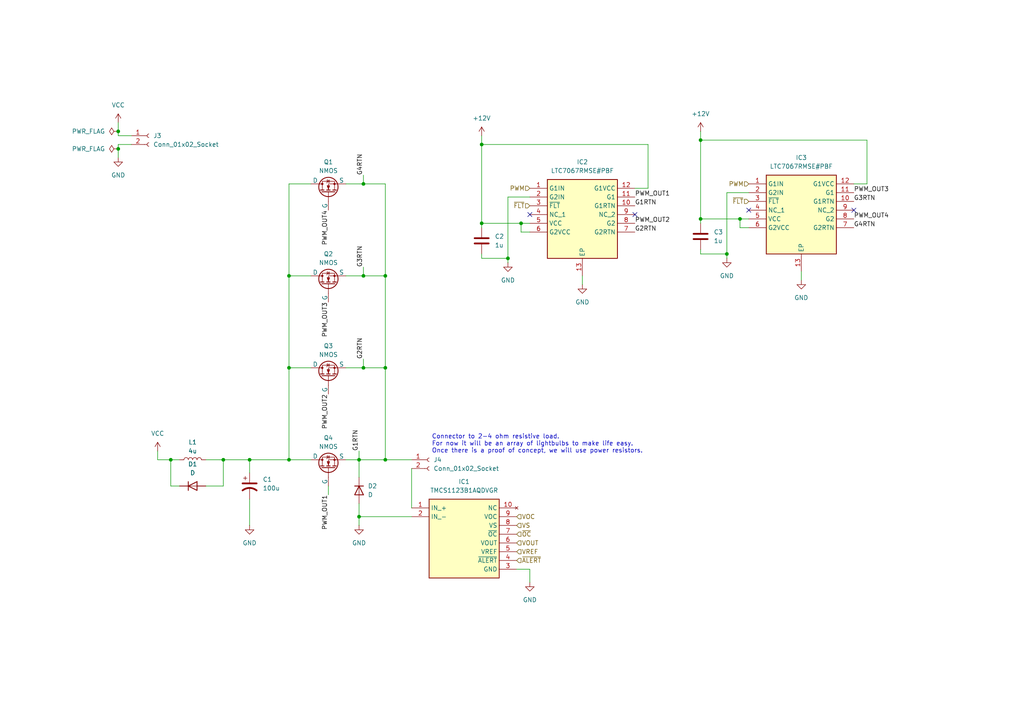
<source format=kicad_sch>
(kicad_sch (version 20231120) (generator "eeschema") (generator_version "8.0")
  (paper "A4")
  (lib_symbols
    (symbol "Connector:Conn_01x02_Socket" (pin_names (offset 1.016) hide)
      (property "Reference" "J" (at 0 2.54 0))
      (property "Value" "Conn_01x02_Socket" (at 0 -5.08 0))
      (symbol "Conn_01x02_Socket_1_1"
        (arc (start 0 -2.032) (mid -0.5058 -2.54) (end 0 -3.048) (stroke (width 0.1524)))
        (polyline (pts (xy -1.27 -2.54) (xy -0.508 -2.54)) (stroke (width 0.1524)))
        (polyline (pts (xy -1.27 0) (xy -0.508 0)) (stroke (width 0.1524)))
        (arc (start 0 0.508) (mid -0.5058 0) (end 0 -0.508) (stroke (width 0.1524)))
        (pin passive line (at -5.08 0 0) (length 3.81) (name "Pin_1") (number "1"))
        (pin passive line (at -5.08 -2.54 0) (length 3.81) (name "Pin_2") (number "2"))
      )
    )
    (symbol "Device:C" (pin_numbers hide) (pin_names (offset 0.254))
      (property "Reference" "C" (at 0.635 2.54 0))
      (property "Value" "C" (at 0.635 -2.54 0))
      (symbol "C_0_1"
        (polyline (pts (xy -2.032 -0.762) (xy 2.032 -0.762)) (stroke (width 0.508)))
        (polyline (pts (xy -2.032 0.762) (xy 2.032 0.762)) (stroke (width 0.508)))
      )
      (symbol "C_1_1"
        (pin passive line (at 0 3.81 270) (length 2.794) (name "~") (number "1"))
        (pin passive line (at 0 -3.81 90) (length 2.794) (name "~") (number "2"))
      )
    )
    (symbol "Device:C_Polarized_US" (pin_numbers hide) (pin_names (offset 0.254) hide)
      (property "Reference" "C" (at 0.635 2.54 0))
      (property "Value" "C_Polarized_US" (at 0.635 -2.54 0))
      (symbol "C_Polarized_US_0_1"
        (polyline (pts (xy -2.032 0.762) (xy 2.032 0.762)) (stroke (width 0.508)))
        (polyline (pts (xy -1.778 2.286) (xy -0.762 2.286)))
        (polyline (pts (xy -1.27 1.778) (xy -1.27 2.794)))
        (arc (start 2.032 -1.27) (mid 0 -0.5572) (end -2.032 -1.27) (stroke (width 0.508)))
      )
      (symbol "C_Polarized_US_1_1"
        (pin passive line (at 0 3.81 270) (length 2.794) (name "~") (number "1"))
        (pin passive line (at 0 -3.81 90) (length 3.302) (name "~") (number "2"))
      )
    )
    (symbol "Device:D" (pin_numbers hide) (pin_names (offset 1.016) hide)
      (property "Reference" "D" (at 0 2.54 0))
      (property "Value" "D" (at 0 -2.54 0))
      (symbol "D_0_1"
        (polyline (pts (xy -1.27 1.27) (xy -1.27 -1.27)) (stroke (width 0.254)))
        (polyline (pts (xy 1.27 0) (xy -1.27 0)))
        (polyline (pts (xy 1.27 1.27) (xy 1.27 -1.27) (xy -1.27 0) (xy 1.27 1.27)) (stroke (width 0.254)))
      )
      (symbol "D_1_1"
        (pin passive line (at -3.81 0 0) (length 2.54) (name "K") (number "1"))
        (pin passive line (at 3.81 0 180) (length 2.54) (name "A") (number "2"))
      )
    )
    (symbol "Device:L" (pin_numbers hide) (pin_names (offset 1.016) hide)
      (property "Reference" "L" (at -1.27 0 90))
      (property "Value" "L" (at 1.905 0 90))
      (symbol "L_0_1"
        (arc (start 0 -2.54) (mid 0.6323 -1.905) (end 0 -1.27))
        (arc (start 0 -1.27) (mid 0.6323 -0.635) (end 0 0))
        (arc (start 0 0) (mid 0.6323 0.635) (end 0 1.27))
        (arc (start 0 1.27) (mid 0.6323 1.905) (end 0 2.54))
      )
      (symbol "L_1_1"
        (pin passive line (at 0 3.81 270) (length 1.27) (name "1") (number "1"))
        (pin passive line (at 0 -3.81 90) (length 1.27) (name "2") (number "2"))
      )
    )
    (symbol "LTC7067RMSE#PBF:LTC7067RMSE#PBF"
      (property "Reference" "IC" (at 26.67 7.62 0))
      (property "Value" "LTC7067RMSE#PBF" (at 26.67 5.08 0))
      (symbol "LTC7067RMSE#PBF_1_1"
        (rectangle (start 5.08 2.54) (end 25.4 -20.32) (stroke (width 0.254)) (fill (type background)))
        (pin passive line (at 0 0 0) (length 5.08) (name "G1IN") (number "1"))
        (pin passive line (at 30.48 -5.08 180) (length 5.08) (name "G1RTN") (number "10"))
        (pin passive line (at 30.48 -2.54 180) (length 5.08) (name "G1") (number "11"))
        (pin passive line (at 30.48 0 180) (length 5.08) (name "G1VCC") (number "12"))
        (pin passive line (at 15.24 -25.4 90) (length 5.08) (name "EP") (number "13"))
        (pin passive line (at 0 -2.54 0) (length 5.08) (name "G2IN") (number "2"))
        (pin passive line (at 0 -5.08 0) (length 5.08) (name "~{FLT}") (number "3"))
        (pin passive line (at 0 -7.62 0) (length 5.08) (name "NC_1") (number "4"))
        (pin passive line (at 0 -10.16 0) (length 5.08) (name "VCC") (number "5"))
        (pin passive line (at 0 -12.7 0) (length 5.08) (name "G2VCC") (number "6"))
        (pin passive line (at 30.48 -12.7 180) (length 5.08) (name "G2RTN") (number "7"))
        (pin passive line (at 30.48 -10.16 180) (length 5.08) (name "G2") (number "8"))
        (pin passive line (at 30.48 -7.62 180) (length 5.08) (name "NC_2") (number "9"))
      )
    )
    (symbol "Simulation_SPICE:NMOS" (pin_numbers hide) (pin_names (offset 0))
      (property "Reference" "Q" (at 5.08 1.27 0))
      (property "Value" "NMOS" (at 5.08 -1.27 0))
      (symbol "NMOS_0_1"
        (polyline (pts (xy 0.254 0) (xy -2.54 0)))
        (polyline (pts (xy 0.254 1.905) (xy 0.254 -1.905)) (stroke (width 0.254)))
        (polyline (pts (xy 0.762 -1.27) (xy 0.762 -2.286)) (stroke (width 0.254)))
        (polyline (pts (xy 0.762 0.508) (xy 0.762 -0.508)) (stroke (width 0.254)))
        (polyline (pts (xy 0.762 2.286) (xy 0.762 1.27)) (stroke (width 0.254)))
        (polyline (pts (xy 2.54 2.54) (xy 2.54 1.778)))
        (polyline (pts (xy 2.54 -2.54) (xy 2.54 0) (xy 0.762 0)))
        (polyline (pts (xy 0.762 -1.778) (xy 3.302 -1.778) (xy 3.302 1.778) (xy 0.762 1.778)))
        (polyline (pts (xy 1.016 0) (xy 2.032 0.381) (xy 2.032 -0.381) (xy 1.016 0)) (fill (type outline)))
        (polyline (pts (xy 2.794 0.508) (xy 2.921 0.381) (xy 3.683 0.381) (xy 3.81 0.254)))
        (polyline (pts (xy 3.302 0.381) (xy 2.921 -0.254) (xy 3.683 -0.254) (xy 3.302 0.381)))
        (circle (center 1.651 0) (radius 2.794) (stroke (width 0.254)))
        (circle (center 2.54 -1.778) (radius 0.254) (fill (type outline)))
        (circle (center 2.54 1.778) (radius 0.254) (fill (type outline)))
      )
      (symbol "NMOS_1_1"
        (pin passive line (at 2.54 5.08 270) (length 2.54) (name "D") (number "1"))
        (pin input line (at -5.08 0 0) (length 2.54) (name "G") (number "2"))
        (pin passive line (at 2.54 -5.08 90) (length 2.54) (name "S") (number "3"))
      )
    )
    (symbol "TMCS1123B1AQDVGR:TMCS1123B1AQDVGR"
      (property "Reference" "IC" (at 26.67 7.62 0))
      (property "Value" "TMCS1123B1AQDVGR" (at 26.67 5.08 0))
      (symbol "TMCS1123B1AQDVGR_1_1"
        (rectangle (start 5.08 2.54) (end 25.4 -20.32) (stroke (width 0.254)) (fill (type background)))
        (pin passive line (at 0 0 0) (length 5.08) (name "IN_+") (number "1"))
        (pin no_connect line (at 30.48 0 180) (length 5.08) (name "NC") (number "10"))
        (pin passive line (at 0 -2.54 0) (length 5.08) (name "IN_-") (number "2"))
        (pin passive line (at 30.48 -17.78 180) (length 5.08) (name "GND") (number "3"))
        (pin passive line (at 30.48 -15.24 180) (length 5.08) (name "~{ALERT}") (number "4"))
        (pin passive line (at 30.48 -12.7 180) (length 5.08) (name "VREF") (number "5"))
        (pin passive line (at 30.48 -10.16 180) (length 5.08) (name "VOUT") (number "6"))
        (pin passive line (at 30.48 -7.62 180) (length 5.08) (name "~{OC}") (number "7"))
        (pin passive line (at 30.48 -5.08 180) (length 5.08) (name "VS") (number "8"))
        (pin passive line (at 30.48 -2.54 180) (length 5.08) (name "VOC") (number "9"))
      )
    )
    (symbol "power:+12V" (power) (pin_numbers hide) (pin_names (offset 0) hide)
      (property "Value" "+12V" (at 0 3.556 0))
      (symbol "+12V_0_1"
        (polyline (pts (xy -0.762 1.27) (xy 0 2.54)))
        (polyline (pts (xy 0 0) (xy 0 2.54)))
        (polyline (pts (xy 0 2.54) (xy 0.762 1.27)))
      )
      (symbol "+12V_1_1"
        (pin power_in line (at 0 0 90) (length 0) (name "~") (number "1"))
      )
    )
    (symbol "power:GND" (power) (pin_numbers hide) (pin_names (offset 0) hide)
      (property "Value" "GND" (at 0 -3.81 0))
      (symbol "GND_0_1"
        (polyline (pts (xy 0 0) (xy 0 -1.27) (xy 1.27 -1.27) (xy 0 -2.54) (xy -1.27 -1.27) (xy 0 -1.27)))
      )
      (symbol "GND_1_1"
        (pin power_in line (at 0 0 270) (length 0) (name "~") (number "1"))
      )
    )
    (symbol "power:PWR_FLAG" (power) (pin_numbers hide) (pin_names (offset 0) hide)
      (property "Value" "PWR_FLAG" (at 0 3.81 0))
      (symbol "PWR_FLAG_0_0"
        (pin power_out line (at 0 0 90) (length 0) (name "~") (number "1"))
      )
      (symbol "PWR_FLAG_0_1"
        (polyline (pts (xy 0 0) (xy 0 1.27) (xy -1.016 1.905) (xy 0 2.54) (xy 1.016 1.905) (xy 0 1.27)))
      )
    )
    (symbol "power:VCC" (power) (pin_numbers hide) (pin_names (offset 0) hide)
      (property "Value" "VCC" (at 0 3.556 0))
      (symbol "VCC_0_1"
        (polyline (pts (xy -0.762 1.27) (xy 0 2.54)))
        (polyline (pts (xy 0 0) (xy 0 2.54)))
        (polyline (pts (xy 0 2.54) (xy 0.762 1.27)))
      )
      (symbol "VCC_1_1"
        (pin power_in line (at 0 0 90) (length 0) (name "~") (number "1"))
      )
    )
  )
  (junction (at 49.53 133.35))
  (junction (at 111.76 133.35))
  (junction (at 83.82 133.35))
  (junction (at 104.14 133.35))
  (junction (at 105.41 53.34))
  (junction (at 105.41 80.01))
  (junction (at 203.2 40.64))
  (junction (at 104.14 149.86))
  (junction (at 139.7 64.77))
  (junction (at 83.82 80.01))
  (junction (at 111.76 80.01))
  (junction (at 214.63 63.5))
  (junction (at 83.82 106.68))
  (junction (at 105.41 106.68))
  (junction (at 139.7 41.91))
  (junction (at 34.29 43.18))
  (junction (at 34.29 38.1))
  (junction (at 64.77 133.35))
  (junction (at 203.2 63.5))
  (junction (at 111.76 106.68))
  (junction (at 210.82 73.66))
  (junction (at 151.13 64.77))
  (junction (at 147.32 74.93))
  (junction (at 72.39 133.35))
  (no_connect (at 184.15 62.23))
  (no_connect (at 153.67 62.23))
  (no_connect (at 217.17 60.96))
  (no_connect (at 247.65 60.96))
  (wire (pts (xy 52.07 140.97) (xy 49.53 140.97)))
  (wire (pts (xy 214.63 63.5) (xy 217.17 63.5)))
  (wire (pts (xy 203.2 73.66) (xy 210.82 73.66)))
  (wire (pts (xy 217.17 66.04) (xy 214.63 66.04)))
  (wire (pts (xy 34.29 39.37) (xy 38.1 39.37)))
  (wire (pts (xy 104.14 138.43) (xy 104.14 133.35)))
  (wire (pts (xy 139.7 41.91) (xy 187.96 41.91)))
  (wire (pts (xy 59.69 140.97) (xy 64.77 140.97)))
  (wire (pts (xy 151.13 64.77) (xy 153.67 64.77)))
  (wire (pts (xy 72.39 133.35) (xy 72.39 137.16)))
  (wire (pts (xy 147.32 76.2) (xy 147.32 74.93)))
  (wire (pts (xy 105.41 77.47) (xy 105.41 80.01)))
  (wire (pts (xy 203.2 40.64) (xy 251.46 40.64)))
  (wire (pts (xy 251.46 53.34) (xy 247.65 53.34)))
  (wire (pts (xy 34.29 43.18) (xy 34.29 41.91)))
  (wire (pts (xy 139.7 41.91) (xy 139.7 64.77)))
  (wire (pts (xy 105.41 106.68) (xy 111.76 106.68)))
  (wire (pts (xy 95.25 143.51) (xy 95.25 140.97)))
  (wire (pts (xy 111.76 53.34) (xy 111.76 80.01)))
  (wire (pts (xy 104.14 149.86) (xy 119.38 149.86)))
  (wire (pts (xy 111.76 106.68) (xy 111.76 133.35)))
  (wire (pts (xy 153.67 67.31) (xy 151.13 67.31)))
  (wire (pts (xy 34.29 35.56) (xy 34.29 38.1)))
  (wire (pts (xy 111.76 80.01) (xy 111.76 106.68)))
  (wire (pts (xy 104.14 133.35) (xy 111.76 133.35)))
  (wire (pts (xy 147.32 74.93) (xy 147.32 57.15)))
  (wire (pts (xy 203.2 72.39) (xy 203.2 73.66)))
  (wire (pts (xy 139.7 39.37) (xy 139.7 41.91)))
  (wire (pts (xy 111.76 133.35) (xy 119.38 133.35)))
  (wire (pts (xy 153.67 165.1) (xy 149.86 165.1)))
  (wire (pts (xy 104.14 146.05) (xy 104.14 149.86)))
  (wire (pts (xy 105.41 80.01) (xy 111.76 80.01)))
  (wire (pts (xy 72.39 144.78) (xy 72.39 152.4)))
  (wire (pts (xy 168.91 80.01) (xy 168.91 82.55)))
  (wire (pts (xy 64.77 133.35) (xy 72.39 133.35)))
  (wire (pts (xy 100.33 80.01) (xy 105.41 80.01)))
  (wire (pts (xy 83.82 133.35) (xy 83.82 106.68)))
  (wire (pts (xy 45.72 130.81) (xy 45.72 133.35)))
  (wire (pts (xy 83.82 53.34) (xy 83.82 80.01)))
  (wire (pts (xy 104.14 133.35) (xy 100.33 133.35)))
  (wire (pts (xy 45.72 133.35) (xy 49.53 133.35)))
  (wire (pts (xy 232.41 78.74) (xy 232.41 81.28)))
  (wire (pts (xy 83.82 80.01) (xy 83.82 106.68)))
  (wire (pts (xy 187.96 41.91) (xy 187.96 54.61)))
  (wire (pts (xy 214.63 66.04) (xy 214.63 63.5)))
  (wire (pts (xy 83.82 106.68) (xy 90.17 106.68)))
  (wire (pts (xy 139.7 64.77) (xy 151.13 64.77)))
  (wire (pts (xy 34.29 41.91) (xy 38.1 41.91)))
  (wire (pts (xy 64.77 140.97) (xy 64.77 133.35)))
  (wire (pts (xy 49.53 133.35) (xy 52.07 133.35)))
  (wire (pts (xy 147.32 57.15) (xy 153.67 57.15)))
  (wire (pts (xy 83.82 53.34) (xy 90.17 53.34)))
  (wire (pts (xy 72.39 133.35) (xy 83.82 133.35)))
  (wire (pts (xy 104.14 130.81) (xy 104.14 133.35)))
  (wire (pts (xy 34.29 38.1) (xy 34.29 39.37)))
  (wire (pts (xy 83.82 80.01) (xy 90.17 80.01)))
  (wire (pts (xy 187.96 54.61) (xy 184.15 54.61)))
  (wire (pts (xy 105.41 50.8) (xy 105.41 53.34)))
  (wire (pts (xy 105.41 53.34) (xy 111.76 53.34)))
  (wire (pts (xy 251.46 40.64) (xy 251.46 53.34)))
  (wire (pts (xy 34.29 45.72) (xy 34.29 43.18)))
  (wire (pts (xy 59.69 133.35) (xy 64.77 133.35)))
  (wire (pts (xy 210.82 73.66) (xy 210.82 55.88)))
  (wire (pts (xy 139.7 73.66) (xy 139.7 74.93)))
  (wire (pts (xy 49.53 133.35) (xy 49.53 140.97)))
  (wire (pts (xy 139.7 74.93) (xy 147.32 74.93)))
  (wire (pts (xy 119.38 135.89) (xy 119.38 147.32)))
  (wire (pts (xy 151.13 67.31) (xy 151.13 64.77)))
  (wire (pts (xy 203.2 40.64) (xy 203.2 63.5)))
  (wire (pts (xy 83.82 133.35) (xy 90.17 133.35)))
  (wire (pts (xy 100.33 106.68) (xy 105.41 106.68)))
  (wire (pts (xy 105.41 104.14) (xy 105.41 106.68)))
  (wire (pts (xy 210.82 74.93) (xy 210.82 73.66)))
  (wire (pts (xy 100.33 53.34) (xy 105.41 53.34)))
  (wire (pts (xy 203.2 63.5) (xy 214.63 63.5)))
  (wire (pts (xy 153.67 168.91) (xy 153.67 165.1)))
  (wire (pts (xy 104.14 149.86) (xy 104.14 152.4)))
  (wire (pts (xy 210.82 55.88) (xy 217.17 55.88)))
  (wire (pts (xy 203.2 63.5) (xy 203.2 64.77)))
  (wire (pts (xy 139.7 64.77) (xy 139.7 66.04)))
  (wire (pts (xy 203.2 38.1) (xy 203.2 40.64)))
  (text "Connector to 2-4 ohm resistive load.\nFor now it will be an array of lightbulbs to make life easy.\nOnce there is a proof of concept, we will use power resistors." (at 125.222 128.778 0) (effects (font (size 1.27 1.27)) (justify left)))
  (label "PWM_OUT3" (at 247.65 55.88 0))
  (label "G4RTN" (at 105.41 50.8 90))
  (label "G2RTN" (at 184.15 67.31 0))
  (label "PWM_OUT1" (at 184.15 57.15 0))
  (label "PWM_OUT3" (at 95.25 87.63 270))
  (label "PWM_OUT2" (at 95.25 114.3 270))
  (label "G1RTN" (at 184.15 59.69 0))
  (label "PWM_OUT4" (at 95.25 60.96 270))
  (label "G1RTN" (at 104.14 130.81 90))
  (label "PWM_OUT4" (at 247.65 63.5 0))
  (label "PWM_OUT1" (at 95.25 143.51 270))
  (label "PWM_OUT2" (at 184.15 64.77 0))
  (label "G3RTN" (at 247.65 58.42 0))
  (label "G2RTN" (at 105.41 104.14 90))
  (label "G3RTN" (at 105.41 77.47 90))
  (label "G4RTN" (at 247.65 66.04 0))
  (hierarchical_label "VREF" (shape input) (at 149.86 160.02 0))
  (hierarchical_label "VS" (shape input) (at 149.86 152.4 0))
  (hierarchical_label "~{OC}" (shape input) (at 149.86 154.94 0))
  (hierarchical_label "VOC" (shape input) (at 149.86 149.86 0))
  (hierarchical_label "~{FLT}" (shape input) (at 217.17 58.42 180))
  (hierarchical_label "~{ALERT}" (shape input) (at 149.86 162.56 0))
  (hierarchical_label "PWM" (shape input) (at 153.67 54.61 180))
  (hierarchical_label "PWM" (shape input) (at 217.17 53.34 180))
  (hierarchical_label "VOUT" (shape input) (at 149.86 157.48 0))
  (hierarchical_label "~{FLT}" (shape input) (at 153.67 59.69 180))
  (symbol (lib_id "power:VCC") (at 34.29 35.56 0) (unit 1)
    (property "Reference" "#PWR01" (effects (hide yes)))
    (property "Value" "VCC" (at 34.29 30.48 0))
    (property "Description" "Power symbol creates a global label with name \"VCC\"" (effects (hide yes)))
  )
  (symbol (lib_id "Device:L") (at 55.88 133.35 90) (unit 1)
    (property "Reference" "L1" (at 55.88 128.27 90))
    (property "Value" "4u" (at 55.88 130.81 90))
    (property "Description" "Inductor" (effects (hide yes)))
  )
  (symbol (lib_id "power:GND") (at 210.82 74.93 0) (unit 1)
    (property "Reference" "#PWR011" (effects (hide yes)))
    (property "Value" "GND" (at 210.82 80.01 0))
    (property "Description" "Power symbol creates a global label with name \"GND\" , ground" (effects (hide yes)))
  )
  (symbol (lib_id "power:+12V") (at 203.2 38.1 0) (unit 1)
    (property "Reference" "#PWR010" (effects (hide yes)))
    (property "Value" "+12V" (at 203.2 33.02 0))
    (property "Description" "Power symbol creates a global label with name \"+12V\"" (effects (hide yes)))
  )
  (symbol (lib_id "power:+12V") (at 139.7 39.37 0) (unit 1)
    (property "Reference" "#PWR06" (effects (hide yes)))
    (property "Value" "+12V" (at 139.7 34.29 0))
    (property "Description" "Power symbol creates a global label with name \"+12V\"" (effects (hide yes)))
  )
  (symbol (lib_id "power:PWR_FLAG") (at 34.29 38.1 90) (unit 1)
    (property "Reference" "#FLG01" (effects (hide yes)))
    (property "Value" "PWR_FLAG" (at 30.48 38.0999 90) (effects (justify left)))
    (property "Description" "Special symbol for telling ERC where power comes from" (effects (hide yes)))
  )
  (symbol (lib_id "power:GND") (at 153.67 168.91 0) (unit 1)
    (property "Reference" "#PWR08" (effects (hide yes)))
    (property "Value" "GND" (at 153.67 173.99 0))
    (property "Description" "Power symbol creates a global label with name \"GND\" , ground" (effects (hide yes)))
  )
  (symbol (lib_id "power:GND") (at 34.29 45.72 0) (unit 1)
    (property "Reference" "#PWR02" (effects (hide yes)))
    (property "Value" "GND" (at 34.29 50.8 0))
    (property "Description" "Power symbol creates a global label with name \"GND\" , ground" (effects (hide yes)))
  )
  (symbol (lib_id "Simulation_SPICE:NMOS") (at 95.25 82.55 90) (unit 1)
    (property "Reference" "Q2" (at 95.25 73.66 90))
    (property "Value" "NMOS" (at 95.25 76.2 90))
    (property "Datasheet" "https://ngspice.sourceforge.io/docs/ngspice-html-manual/manual.xhtml#cha_MOSFETs" (effects (hide yes)))
    (property "Description" "N-MOSFET transistor, drain/source/gate" (effects (hide yes)))
    (property "Sim.Device" "NMOS" (effects (hide yes)))
    (property "Sim.Type" "VDMOS" (effects (hide yes)))
    (property "Sim.Pins" "1=D 2=G 3=S" (effects (hide yes)))
  )
  (symbol (lib_id "Device:C") (at 139.7 69.85 0) (unit 1)
    (property "Reference" "C2" (at 143.51 68.5799 0) (effects (justify left)))
    (property "Value" "1u" (at 143.51 71.1199 0) (effects (justify left)))
    (property "Footprint" "Capacitor_SMD:C_0603_1608Metric_Pad1.08x0.95mm_HandSolder" (effects (hide yes)))
    (property "Description" "Unpolarized capacitor" (effects (hide yes)))
  )
  (symbol (lib_id "Device:C") (at 203.2 68.58 0) (unit 1)
    (property "Reference" "C3" (at 207.01 67.3099 0) (effects (justify left)))
    (property "Value" "1u" (at 207.01 69.8499 0) (effects (justify left)))
    (property "Footprint" "Capacitor_SMD:C_0603_1608Metric_Pad1.08x0.95mm_HandSolder" (effects (hide yes)))
    (property "Description" "Unpolarized capacitor" (effects (hide yes)))
  )
  (symbol (lib_id "Connector:Conn_01x02_Socket") (at 43.18 39.37 0) (unit 1)
    (property "Reference" "J3" (at 44.45 39.3699 0) (effects (justify left)))
    (property "Value" "Conn_01x02_Socket" (at 44.45 41.9099 0) (effects (justify left)))
    (property "Description" "Generic connector, single row, 01x02, script generated" (effects (hide yes)))
  )
  (symbol (lib_id "Simulation_SPICE:NMOS") (at 95.25 55.88 90) (unit 1)
    (property "Reference" "Q1" (at 95.25 46.99 90))
    (property "Value" "NMOS" (at 95.25 49.53 90))
    (property "Datasheet" "https://ngspice.sourceforge.io/docs/ngspice-html-manual/manual.xhtml#cha_MOSFETs" (effects (hide yes)))
    (property "Description" "N-MOSFET transistor, drain/source/gate" (effects (hide yes)))
    (property "Sim.Device" "NMOS" (effects (hide yes)))
    (property "Sim.Type" "VDMOS" (effects (hide yes)))
    (property "Sim.Pins" "1=D 2=G 3=S" (effects (hide yes)))
  )
  (symbol (lib_id "power:GND") (at 104.14 152.4 0) (unit 1)
    (property "Reference" "#PWR05" (effects (hide yes)))
    (property "Value" "GND" (at 104.14 157.48 0))
    (property "Description" "Power symbol creates a global label with name \"GND\" , ground" (effects (hide yes)))
  )
  (symbol (lib_id "power:GND") (at 147.32 76.2 0) (unit 1)
    (property "Reference" "#PWR07" (effects (hide yes)))
    (property "Value" "GND" (at 147.32 81.28 0))
    (property "Description" "Power symbol creates a global label with name \"GND\" , ground" (effects (hide yes)))
  )
  (symbol (lib_id "Device:D") (at 104.14 142.24 270) (unit 1)
    (property "Reference" "D2" (at 106.68 140.9699 90) (effects (justify left)))
    (property "Value" "D" (at 106.68 143.5099 90) (effects (justify left)))
    (property "Description" "Diode" (effects (hide yes)))
    (property "Sim.Device" "D" (effects (hide yes)))
    (property "Sim.Pins" "1=K 2=A" (effects (hide yes)))
  )
  (symbol (lib_id "Simulation_SPICE:NMOS") (at 95.25 135.89 90) (unit 1)
    (property "Reference" "Q4" (at 95.25 127 90))
    (property "Value" "NMOS" (at 95.25 129.54 90))
    (property "Datasheet" "https://ngspice.sourceforge.io/docs/ngspice-html-manual/manual.xhtml#cha_MOSFETs" (effects (hide yes)))
    (property "Description" "N-MOSFET transistor, drain/source/gate" (effects (hide yes)))
    (property "Sim.Device" "NMOS" (effects (hide yes)))
    (property "Sim.Type" "VDMOS" (effects (hide yes)))
    (property "Sim.Pins" "1=D 2=G 3=S" (effects (hide yes)))
  )
  (symbol (lib_id "LTC7067RMSE#PBF:LTC7067RMSE#PBF") (at 153.67 54.61 0) (unit 1)
    (property "Reference" "IC2" (at 168.91 46.99 0))
    (property "Value" "LTC7067RMSE#PBF" (at 168.91 49.53 0))
    (property "Footprint" "SOP65P490X110-13N" (effects (hide yes)))
    (property "Datasheet" "https://www.mouser.ch/datasheet/2/609/ltc7067-2887880.pdf" (effects (hide yes)))
    (property "Description" "Gate Drivers 25A, 20V Sync Buck Regulator" (effects (hide yes)))
    (property "Height" "1.1" (effects (hide yes)))
    (property "Manufacturer_Name" "Analog Devices" (effects (hide yes)))
    (property "Manufacturer_Part_Number" "LTC7067RMSE#PBF" (effects (hide yes)))
    (property "Mouser Part Number" "584-LTC7067RMSEPBF" (effects (hide yes)))
    (property "Mouser Price/Stock" "https://www.mouser.co.uk/ProductDetail/Analog-Devices/LTC7067RMSEPBF?qs=Rp5uXu7WBW9ALpT%2F9iYzXA%3D%3D" (effects (hide yes)))
  )
  (symbol (lib_id "Simulation_SPICE:NMOS") (at 95.25 109.22 90) (unit 1)
    (property "Reference" "Q3" (at 95.25 100.33 90))
    (property "Value" "NMOS" (at 95.25 102.87 90))
    (property "Datasheet" "https://ngspice.sourceforge.io/docs/ngspice-html-manual/manual.xhtml#cha_MOSFETs" (effects (hide yes)))
    (property "Description" "N-MOSFET transistor, drain/source/gate" (effects (hide yes)))
    (property "Sim.Device" "NMOS" (effects (hide yes)))
    (property "Sim.Type" "VDMOS" (effects (hide yes)))
    (property "Sim.Pins" "1=D 2=G 3=S" (effects (hide yes)))
  )
  (symbol (lib_id "TMCS1123B1AQDVGR:TMCS1123B1AQDVGR") (at 119.38 147.32 0) (unit 1)
    (property "Reference" "IC1" (at 134.62 139.7 0))
    (property "Value" "TMCS1123B1AQDVGR" (at 134.62 142.24 0))
    (property "Footprint" "libs:TMCS1123B1AQDVGR" (effects (hide yes)))
    (property "Datasheet" "https://www.ti.com/lit/ds/symlink/tmcs1123.pdf?ts=1708001295166&ref_url=https%253A%252F%252Fwww.ti.com%252Fproduct%252FTMCS1123" (effects (hide yes)))
    (property "Description" "Board Mount Current Sensors +/-1300V reinforced isolation, 80Arms 250kHz Hall-effect current sensor with AFR, reference and ALERT" (effects (hide yes)))
    (property "Height" "2.65" (effects (hide yes)))
    (property "Manufacturer_Name" "Texas Instruments" (effects (hide yes)))
    (property "Manufacturer_Part_Number" "TMCS1123B1AQDVGR" (effects (hide yes)))
  )
  (symbol (lib_id "Device:C_Polarized_US") (at 72.39 140.97 0) (unit 1)
    (property "Reference" "C1" (at 76.2 139.0649 0) (effects (justify left)))
    (property "Value" "100u" (at 76.2 141.6049 0) (effects (justify left)))
    (property "Footprint" "Capacitor_SMD:C_0603_1608Metric_Pad1.08x0.95mm_HandSolder" (effects (hide yes)))
    (property "Description" "Polarized capacitor, US symbol" (effects (hide yes)))
  )
  (symbol (lib_id "Device:D") (at 55.88 140.97 0) (unit 1)
    (property "Reference" "D1" (at 55.88 134.62 0))
    (property "Value" "D" (at 55.88 137.16 0))
    (property "Description" "Diode" (effects (hide yes)))
    (property "Sim.Device" "D" (effects (hide yes)))
    (property "Sim.Pins" "1=K 2=A" (effects (hide yes)))
  )
  (symbol (lib_id "power:GND") (at 72.39 152.4 0) (unit 1)
    (property "Reference" "#PWR04" (effects (hide yes)))
    (property "Value" "GND" (at 72.39 157.48 0))
    (property "Description" "Power symbol creates a global label with name \"GND\" , ground" (effects (hide yes)))
  )
  (symbol (lib_id "power:VCC") (at 45.72 130.81 0) (unit 1)
    (property "Reference" "#PWR03" (effects (hide yes)))
    (property "Value" "VCC" (at 45.72 125.73 0))
    (property "Description" "Power symbol creates a global label with name \"VCC\"" (effects (hide yes)))
  )
  (symbol (lib_id "power:PWR_FLAG") (at 34.29 43.18 90) (unit 1)
    (property "Reference" "#FLG03" (effects (hide yes)))
    (property "Value" "PWR_FLAG" (at 30.48 43.1799 90) (effects (justify left)))
    (property "Description" "Special symbol for telling ERC where power comes from" (effects (hide yes)))
  )
  (symbol (lib_id "Connector:Conn_01x02_Socket") (at 124.46 133.35 0) (unit 1)
    (property "Reference" "J4" (at 125.73 133.3499 0) (effects (justify left)))
    (property "Value" "Conn_01x02_Socket" (at 125.73 135.8899 0) (effects (justify left)))
    (property "Description" "Generic connector, single row, 01x02, script generated" (effects (hide yes)))
  )
  (symbol (lib_id "LTC7067RMSE#PBF:LTC7067RMSE#PBF") (at 217.17 53.34 0) (unit 1)
    (property "Reference" "IC3" (at 232.41 45.72 0))
    (property "Value" "LTC7067RMSE#PBF" (at 232.41 48.26 0))
    (property "Footprint" "SOP65P490X110-13N" (effects (hide yes)))
    (property "Datasheet" "https://www.mouser.ch/datasheet/2/609/ltc7067-2887880.pdf" (effects (hide yes)))
    (property "Description" "Gate Drivers 25A, 20V Sync Buck Regulator" (effects (hide yes)))
    (property "Height" "1.1" (effects (hide yes)))
    (property "Manufacturer_Name" "Analog Devices" (effects (hide yes)))
    (property "Manufacturer_Part_Number" "LTC7067RMSE#PBF" (effects (hide yes)))
    (property "Mouser Part Number" "584-LTC7067RMSEPBF" (effects (hide yes)))
    (property "Mouser Price/Stock" "https://www.mouser.co.uk/ProductDetail/Analog-Devices/LTC7067RMSEPBF?qs=Rp5uXu7WBW9ALpT%2F9iYzXA%3D%3D" (effects (hide yes)))
  )
  (symbol (lib_id "power:GND") (at 232.41 81.28 0) (unit 1)
    (property "Reference" "#PWR012" (effects (hide yes)))
    (property "Value" "GND" (at 232.41 86.36 0))
    (property "Description" "Power symbol creates a global label with name \"GND\" , ground" (effects (hide yes)))
  )
  (symbol (lib_id "power:GND") (at 168.91 82.55 0) (unit 1)
    (property "Reference" "#PWR09" (effects (hide yes)))
    (property "Value" "GND" (at 168.91 87.63 0))
    (property "Description" "Power symbol creates a global label with name \"GND\" , ground" (effects (hide yes)))
  )
)
</source>
